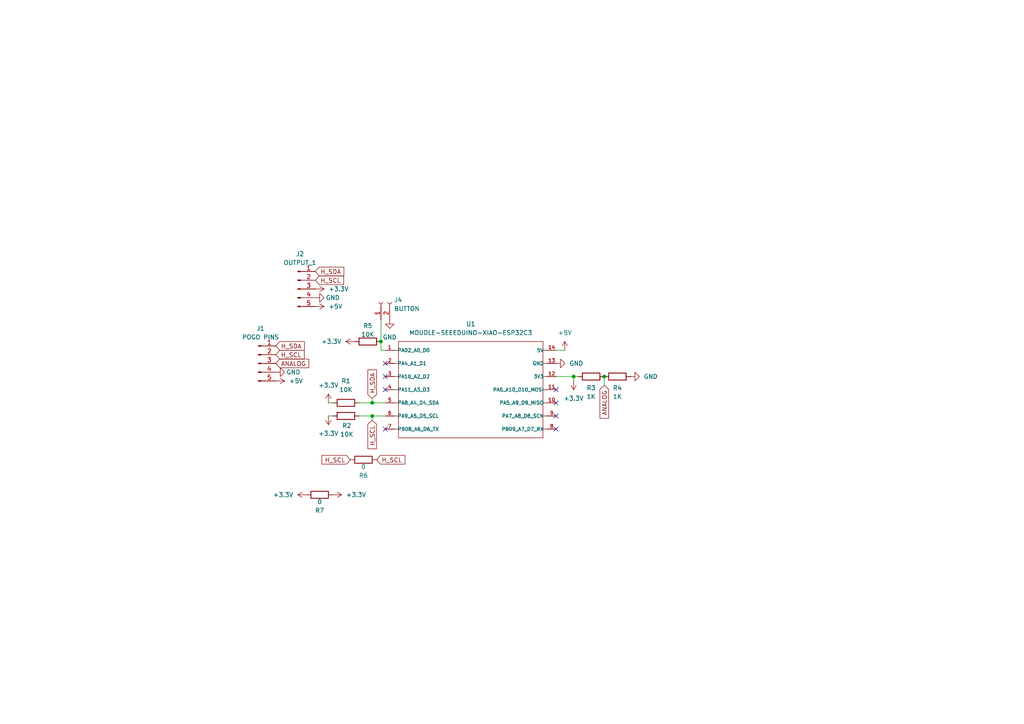
<source format=kicad_sch>
(kicad_sch (version 20231120) (generator "eeschema") (generator_version "8.0")
  (paper "A4")
  (lib_symbols
    (symbol "Connector:Conn_01x02_Socket" (pin_names (offset 1.016) hide)
      (property "Reference" "J" (at 0 2.54 0))
      (property "Value" "Conn_01x02_Socket" (at 0 -5.08 0))
      (symbol "Conn_01x02_Socket_1_1"
        (arc (start 0 -2.032) (mid -0.5058 -2.54) (end 0 -3.048) (stroke (width 0.1524)))
        (polyline (pts (xy -1.27 -2.54) (xy -0.508 -2.54)) (stroke (width 0.1524)))
        (polyline (pts (xy -1.27 0) (xy -0.508 0)) (stroke (width 0.1524)))
        (arc (start 0 0.508) (mid -0.5058 0) (end 0 -0.508) (stroke (width 0.1524)))
        (pin passive line (at -5.08 0 0) (length 3.81) (name "Pin_1") (number "1"))
        (pin passive line (at -5.08 -2.54 0) (length 3.81) (name "Pin_2") (number "2"))
      )
    )
    (symbol "Connector:Conn_01x05_Pin" (pin_names (offset 1.016) hide)
      (property "Reference" "J" (at 0 7.62 0))
      (property "Value" "Conn_01x05_Pin" (at 0 -7.62 0))
      (symbol "Conn_01x05_Pin_1_1"
        (polyline (pts (xy 1.27 -5.08) (xy 0.8636 -5.08)) (stroke (width 0.1524)))
        (polyline (pts (xy 1.27 -2.54) (xy 0.8636 -2.54)) (stroke (width 0.1524)))
        (polyline (pts (xy 1.27 0) (xy 0.8636 0)) (stroke (width 0.1524)))
        (polyline (pts (xy 1.27 2.54) (xy 0.8636 2.54)) (stroke (width 0.1524)))
        (polyline (pts (xy 1.27 5.08) (xy 0.8636 5.08)) (stroke (width 0.1524)))
        (rectangle (start 0.8636 -4.953) (end 0 -5.207) (stroke (width 0.1524)) (fill (type outline)))
        (rectangle (start 0.8636 -2.413) (end 0 -2.667) (stroke (width 0.1524)) (fill (type outline)))
        (rectangle (start 0.8636 0.127) (end 0 -0.127) (stroke (width 0.1524)) (fill (type outline)))
        (rectangle (start 0.8636 2.667) (end 0 2.413) (stroke (width 0.1524)) (fill (type outline)))
        (rectangle (start 0.8636 5.207) (end 0 4.953) (stroke (width 0.1524)) (fill (type outline)))
        (pin passive line (at 5.08 5.08 180) (length 3.81) (name "Pin_1") (number "1"))
        (pin passive line (at 5.08 2.54 180) (length 3.81) (name "Pin_2") (number "2"))
        (pin passive line (at 5.08 0 180) (length 3.81) (name "Pin_3") (number "3"))
        (pin passive line (at 5.08 -2.54 180) (length 3.81) (name "Pin_4") (number "4"))
        (pin passive line (at 5.08 -5.08 180) (length 3.81) (name "Pin_5") (number "5"))
      )
    )
    (symbol "Device:R" (pin_numbers hide) (pin_names (offset 0))
      (property "Reference" "R" (at 2.032 0 90))
      (property "Value" "R" (at 0 0 90))
      (symbol "R_0_1"
        (rectangle (start -1.016 -2.54) (end 1.016 2.54) (stroke (width 0.254)))
      )
      (symbol "R_1_1"
        (pin passive line (at 0 3.81 270) (length 1.27) (name "~") (number "1"))
        (pin passive line (at 0 -3.81 90) (length 1.27) (name "~") (number "2"))
      )
    )
    (symbol "MOUDLE-SEEEDUINO-XIAO-ESP32C3:MOUDLE-SEEEDUINO-XIAO-ESP32C3" (pin_names (offset 1.016))
      (property "Reference" "U" (at -21.59 15.24 0))
      (property "Value" "MOUDLE-SEEEDUINO-XIAO-ESP32C3" (at -21.59 13.97 0))
      (symbol "MOUDLE-SEEEDUINO-XIAO-ESP32C3_0_0"
        (polyline (pts (xy -21.59 -13.97) (xy -21.59 0)) (stroke (width 0.1524)))
        (polyline (pts (xy -21.59 -11.43) (xy -22.86 -11.43)) (stroke (width 0.1524)))
        (polyline (pts (xy -21.59 -7.62) (xy -22.86 -7.62)) (stroke (width 0.1524)))
        (polyline (pts (xy -21.59 -3.81) (xy -22.86 -3.81)) (stroke (width 0.1524)))
        (polyline (pts (xy -21.59 0) (xy -22.86 0)) (stroke (width 0.1524)))
        (polyline (pts (xy -21.59 0) (xy -21.59 3.81)) (stroke (width 0.1524)))
        (polyline (pts (xy -21.59 3.81) (xy -22.86 3.81)) (stroke (width 0.1524)))
        (polyline (pts (xy -21.59 3.81) (xy -21.59 7.62)) (stroke (width 0.1524)))
        (polyline (pts (xy -21.59 7.62) (xy -22.86 7.62)) (stroke (width 0.1524)))
        (polyline (pts (xy -21.59 7.62) (xy -21.59 11.43)) (stroke (width 0.1524)))
        (polyline (pts (xy -21.59 11.43) (xy -22.86 11.43)) (stroke (width 0.1524)))
        (polyline (pts (xy -21.59 11.43) (xy -21.59 13.97)) (stroke (width 0.1524)))
        (polyline (pts (xy -21.59 13.97) (xy 20.32 13.97)) (stroke (width 0.1524)))
        (polyline (pts (xy 20.32 -13.97) (xy -21.59 -13.97)) (stroke (width 0.1524)))
        (polyline (pts (xy 20.32 3.81) (xy 20.32 -13.97)) (stroke (width 0.1524)))
        (polyline (pts (xy 20.32 7.62) (xy 20.32 3.81)) (stroke (width 0.1524)))
        (polyline (pts (xy 20.32 11.43) (xy 20.32 7.62)) (stroke (width 0.1524)))
        (polyline (pts (xy 20.32 13.97) (xy 20.32 11.43)) (stroke (width 0.1524)))
        (polyline (pts (xy 21.59 -11.43) (xy 20.32 -11.43)) (stroke (width 0.1524)))
        (polyline (pts (xy 21.59 -7.62) (xy 20.32 -7.62)) (stroke (width 0.1524)))
        (polyline (pts (xy 21.59 -3.81) (xy 20.32 -3.81)) (stroke (width 0.1524)))
        (polyline (pts (xy 21.59 0) (xy 20.32 0)) (stroke (width 0.1524)))
        (polyline (pts (xy 21.59 3.81) (xy 20.32 3.81)) (stroke (width 0.1524)))
        (polyline (pts (xy 21.59 7.62) (xy 20.32 7.62)) (stroke (width 0.1524)))
        (polyline (pts (xy 21.59 11.43) (xy 20.32 11.43)) (stroke (width 0.1524)))
        (pin bidirectional line (at -25.4 11.43 0) (length 2.54) (name "PA02_A0_D0") (number "1"))
        (pin bidirectional line (at 24.13 -3.81 180) (length 2.54) (name "PA5_A9_D9_MISO") (number "10"))
        (pin bidirectional line (at 24.13 0 180) (length 2.54) (name "PA6_A10_D10_MOSI") (number "11"))
        (pin bidirectional line (at 24.13 3.81 180) (length 2.54) (name "3V3") (number "12"))
        (pin bidirectional line (at 24.13 7.62 180) (length 2.54) (name "GND") (number "13"))
        (pin bidirectional line (at 24.13 11.43 180) (length 2.54) (name "5V") (number "14"))
        (pin bidirectional line (at -25.4 7.62 0) (length 2.54) (name "PA4_A1_D1") (number "2"))
        (pin bidirectional line (at -25.4 3.81 0) (length 2.54) (name "PA10_A2_D2") (number "3"))
        (pin bidirectional line (at -25.4 0 0) (length 2.54) (name "PA11_A3_D3") (number "4"))
        (pin bidirectional line (at -25.4 -3.81 0) (length 2.54) (name "PA8_A4_D4_SDA") (number "5"))
        (pin bidirectional line (at -25.4 -7.62 0) (length 2.54) (name "PA9_A5_D5_SCL") (number "6"))
        (pin bidirectional line (at -25.4 -11.43 0) (length 2.54) (name "PB08_A6_D6_TX") (number "7"))
        (pin bidirectional line (at 24.13 -11.43 180) (length 2.54) (name "PB09_A7_D7_RX") (number "8"))
        (pin bidirectional line (at 24.13 -7.62 180) (length 2.54) (name "PA7_A8_D8_SCK") (number "9"))
      )
    )
    (symbol "power:+3.3V" (power) (pin_numbers hide) (pin_names (offset 0) hide)
      (property "Value" "+3.3V" (at 0 3.556 0))
      (symbol "+3.3V_0_1"
        (polyline (pts (xy -0.762 1.27) (xy 0 2.54)))
        (polyline (pts (xy 0 0) (xy 0 2.54)))
        (polyline (pts (xy 0 2.54) (xy 0.762 1.27)))
      )
      (symbol "+3.3V_1_1"
        (pin power_in line (at 0 0 90) (length 0) (name "~") (number "1"))
      )
    )
    (symbol "power:+5V" (power) (pin_numbers hide) (pin_names (offset 0) hide)
      (property "Value" "+5V" (at 0 3.556 0))
      (symbol "+5V_0_1"
        (polyline (pts (xy -0.762 1.27) (xy 0 2.54)))
        (polyline (pts (xy 0 0) (xy 0 2.54)))
        (polyline (pts (xy 0 2.54) (xy 0.762 1.27)))
      )
      (symbol "+5V_1_1"
        (pin power_in line (at 0 0 90) (length 0) (name "~") (number "1"))
      )
    )
    (symbol "power:GND" (power) (pin_numbers hide) (pin_names (offset 0) hide)
      (property "Value" "GND" (at 0 -3.81 0))
      (symbol "GND_0_1"
        (polyline (pts (xy 0 0) (xy 0 -1.27) (xy 1.27 -1.27) (xy 0 -2.54) (xy -1.27 -1.27) (xy 0 -1.27)))
      )
      (symbol "GND_1_1"
        (pin power_in line (at 0 0 270) (length 0) (name "~") (number "1"))
      )
    )
  )
  (junction (at 107.95 120.65))
  (junction (at 110.49 99.06))
  (junction (at 175.26 109.22))
  (junction (at 107.95 116.84))
  (junction (at 166.37 109.22))
  (no_connect (at 111.76 124.46))
  (no_connect (at 111.76 105.41))
  (no_connect (at 161.29 113.03))
  (no_connect (at 111.76 113.03))
  (no_connect (at 161.29 124.46))
  (no_connect (at 161.29 116.84))
  (no_connect (at 161.29 120.65))
  (no_connect (at 111.76 109.22))
  (wire (pts (xy 107.95 115.57) (xy 107.95 116.84)))
  (wire (pts (xy 107.95 120.65) (xy 107.95 121.92)))
  (wire (pts (xy 175.26 109.22) (xy 175.26 111.76)))
  (wire (pts (xy 110.49 101.6) (xy 111.76 101.6)))
  (wire (pts (xy 110.49 99.06) (xy 110.49 101.6)))
  (wire (pts (xy 161.29 101.6) (xy 163.83 101.6)))
  (wire (pts (xy 107.95 120.65) (xy 111.76 120.65)))
  (wire (pts (xy 166.37 109.22) (xy 167.64 109.22)))
  (wire (pts (xy 104.14 116.84) (xy 107.95 116.84)))
  (wire (pts (xy 161.29 109.22) (xy 166.37 109.22)))
  (wire (pts (xy 95.25 116.84) (xy 96.52 116.84)))
  (wire (pts (xy 95.25 120.65) (xy 96.52 120.65)))
  (wire (pts (xy 107.95 116.84) (xy 111.76 116.84)))
  (wire (pts (xy 110.49 92.71) (xy 110.49 99.06)))
  (wire (pts (xy 104.14 120.65) (xy 107.95 120.65)))
  (wire (pts (xy 166.37 109.22) (xy 166.37 110.49)))
  (global_label "H_SCL" (shape input) (at 80.01 102.87 0) (property "Intersheetrefs" "${INTERSHEET_REFS}" (effects (hide yes))))
  (global_label "H_SDA" (shape input) (at 91.44 78.74 0) (property "Intersheetrefs" "${INTERSHEET_REFS}" (effects (hide yes))))
  (global_label "ANALOG" (shape input) (at 80.01 105.41 0) (property "Intersheetrefs" "${INTERSHEET_REFS}" (effects (hide yes))))
  (global_label "ANALOG" (shape input) (at 175.26 111.76 270) (property "Intersheetrefs" "${INTERSHEET_REFS}" (effects (hide yes))))
  (global_label "H_SCL" (shape input) (at 107.95 121.92 270) (property "Intersheetrefs" "${INTERSHEET_REFS}" (effects (hide yes))))
  (global_label "H_SCL" (shape input) (at 101.6 133.35 180) (property "Intersheetrefs" "${INTERSHEET_REFS}" (effects (hide yes))))
  (global_label "H_SDA" (shape input) (at 107.95 115.57 90) (property "Intersheetrefs" "${INTERSHEET_REFS}" (effects (hide yes))))
  (global_label "H_SCL" (shape input) (at 109.22 133.35 0) (property "Intersheetrefs" "${INTERSHEET_REFS}" (effects (hide yes))))
  (global_label "H_SCL" (shape input) (at 91.44 81.28 0) (property "Intersheetrefs" "${INTERSHEET_REFS}" (effects (hide yes))))
  (global_label "H_SDA" (shape input) (at 80.01 100.33 0) (property "Intersheetrefs" "${INTERSHEET_REFS}" (effects (hide yes))))
  (symbol (lib_id "MOUDLE-SEEEDUINO-XIAO-ESP32C3:MOUDLE-SEEEDUINO-XIAO-ESP32C3") (at 137.16 113.03 0) (unit 1)
    (property "Reference" "U1" (at 136.525 93.98 0))
    (property "Value" "MOUDLE-SEEEDUINO-XIAO-ESP32C3" (at 136.525 96.52 0))
    (property "Footprint" "xiao ESP32C3_PCB:MOUDLE14P-SMD-2.54-21X17.8MM" (effects (hide yes)))
  )
  (symbol (lib_id "Device:R") (at 100.33 116.84 90) (unit 1)
    (property "Reference" "R1" (at 100.33 110.49 90))
    (property "Value" "10K" (at 100.33 113.03 90))
    (property "Footprint" "Resistor_SMD:R_1206_3216Metric_Pad1.30x1.75mm_HandSolder" (effects (hide yes)))
    (property "Description" "Resistor" (effects (hide yes)))
  )
  (symbol (lib_id "power:GND") (at 161.29 105.41 90) (unit 1)
    (property "Reference" "#PWR013" (effects (hide yes)))
    (property "Value" "GND" (at 165.1 105.4099 90) (effects (justify right)))
    (property "Description" "Power symbol creates a global label with name \"GND\" , ground" (effects (hide yes)))
  )
  (symbol (lib_id "Connector:Conn_01x05_Pin") (at 74.93 105.41 0) (unit 1)
    (property "Reference" "J1" (at 75.565 95.25 0))
    (property "Value" "POGO PINS" (at 75.565 97.79 0))
    (property "Footprint" "Connector_PinHeader_2.54mm:PinHeader_1x05_P2.54mm_Vertical" (effects (hide yes)))
    (property "Description" "Generic connector, single row, 01x05, script generated" (effects (hide yes)))
  )
  (symbol (lib_id "Device:R") (at 106.68 99.06 90) (unit 1)
    (property "Reference" "R5" (at 106.68 94.488 90))
    (property "Value" "10K" (at 106.68 97.028 90))
    (property "Footprint" "Resistor_SMD:R_1206_3216Metric_Pad1.30x1.75mm_HandSolder" (effects (hide yes)))
    (property "Description" "Resistor" (effects (hide yes)))
  )
  (symbol (lib_id "power:+3.3V") (at 91.44 83.82 270) (unit 1)
    (property "Reference" "#PWR04" (effects (hide yes)))
    (property "Value" "+3.3V" (at 95.25 83.8199 90) (effects (justify left)))
    (property "Description" "Power symbol creates a global label with name \"+3.3V\"" (effects (hide yes)))
  )
  (symbol (lib_id "Device:R") (at 105.41 133.35 270) (unit 1)
    (property "Reference" "R6" (at 105.41 137.922 90))
    (property "Value" "0" (at 105.41 135.382 90))
    (property "Footprint" "Resistor_SMD:R_1206_3216Metric_Pad1.30x1.75mm_HandSolder" (effects (hide yes)))
    (property "Description" "Resistor" (effects (hide yes)))
  )
  (symbol (lib_id "Device:R") (at 171.45 109.22 90) (unit 1)
    (property "Reference" "R3" (at 171.45 112.522 90))
    (property "Value" "1K" (at 171.45 115.062 90))
    (property "Footprint" "Resistor_SMD:R_1206_3216Metric_Pad1.30x1.75mm_HandSolder" (effects (hide yes)))
    (property "Description" "Resistor" (effects (hide yes)))
  )
  (symbol (lib_id "power:+3.3V") (at 95.25 120.65 180) (unit 1)
    (property "Reference" "#PWR012" (effects (hide yes)))
    (property "Value" "+3.3V" (at 95.25 125.73 0))
    (property "Description" "Power symbol creates a global label with name \"+3.3V\"" (effects (hide yes)))
  )
  (symbol (lib_id "power:+3.3V") (at 95.25 116.84 0) (unit 1)
    (property "Reference" "#PWR011" (effects (hide yes)))
    (property "Value" "+3.3V" (at 95.25 111.76 0))
    (property "Description" "Power symbol creates a global label with name \"+3.3V\"" (effects (hide yes)))
  )
  (symbol (lib_id "power:+5V") (at 80.01 110.49 270) (unit 1)
    (property "Reference" "#PWR07" (effects (hide yes)))
    (property "Value" "+5V" (at 83.82 110.4899 90) (effects (justify left)))
    (property "Description" "Power symbol creates a global label with name \"+5V\"" (effects (hide yes)))
  )
  (symbol (lib_id "power:+5V") (at 163.83 101.6 0) (unit 1)
    (property "Reference" "#PWR09" (effects (hide yes)))
    (property "Value" "+5V" (at 163.83 96.52 0))
    (property "Description" "Power symbol creates a global label with name \"+5V\"" (effects (hide yes)))
  )
  (symbol (lib_id "power:+5V") (at 91.44 88.9 270) (unit 1)
    (property "Reference" "#PWR01" (effects (hide yes)))
    (property "Value" "+5V" (at 95.25 88.8999 90) (effects (justify left)))
    (property "Description" "Power symbol creates a global label with name \"+5V\"" (effects (hide yes)))
  )
  (symbol (lib_id "power:GND") (at 182.88 109.22 90) (unit 1)
    (property "Reference" "#PWR010" (effects (hide yes)))
    (property "Value" "GND" (at 186.69 109.2199 90) (effects (justify right)))
    (property "Description" "Power symbol creates a global label with name \"GND\" , ground" (effects (hide yes)))
  )
  (symbol (lib_id "power:+3.3V") (at 102.87 99.06 90) (unit 1)
    (property "Reference" "#PWR016" (effects (hide yes)))
    (property "Value" "+3.3V" (at 99.06 99.0599 90) (effects (justify left)))
    (property "Description" "Power symbol creates a global label with name \"+3.3V\"" (effects (hide yes)))
  )
  (symbol (lib_id "power:GND") (at 91.44 86.36 90) (unit 1)
    (property "Reference" "#PWR06" (effects (hide yes)))
    (property "Value" "GND" (at 96.52 86.36 90))
    (property "Description" "Power symbol creates a global label with name \"GND\" , ground" (effects (hide yes)))
  )
  (symbol (lib_id "Device:R") (at 92.71 143.51 270) (unit 1)
    (property "Reference" "R7" (at 92.71 148.082 90))
    (property "Value" "0" (at 92.71 145.542 90))
    (property "Footprint" "Resistor_SMD:R_1206_3216Metric_Pad1.30x1.75mm_HandSolder" (effects (hide yes)))
    (property "Description" "Resistor" (effects (hide yes)))
  )
  (symbol (lib_id "Device:R") (at 100.33 120.65 90) (unit 1)
    (property "Reference" "R2" (at 100.584 123.444 90))
    (property "Value" "10K" (at 100.584 125.984 90))
    (property "Footprint" "Resistor_SMD:R_1206_3216Metric_Pad1.30x1.75mm_HandSolder" (effects (hide yes)))
    (property "Description" "Resistor" (effects (hide yes)))
  )
  (symbol (lib_id "power:+3.3V") (at 166.37 110.49 180) (unit 1)
    (property "Reference" "#PWR014" (effects (hide yes)))
    (property "Value" "+3.3V" (at 166.37 115.57 0))
    (property "Description" "Power symbol creates a global label with name \"+3.3V\"" (effects (hide yes)))
  )
  (symbol (lib_id "Connector:Conn_01x02_Socket") (at 110.49 87.63 90) (unit 1)
    (property "Reference" "J4" (at 114.3 86.9949 90) (effects (justify right)))
    (property "Value" "BUTTON" (at 114.3 89.5349 90) (effects (justify right)))
    (property "Footprint" "Connector_PinSocket_2.54mm:PinSocket_1x02_P2.54mm_Vertical" (effects (hide yes)))
    (property "Description" "Generic connector, single row, 01x02, script generated" (effects (hide yes)))
  )
  (symbol (lib_id "power:GND") (at 113.03 92.71 0) (unit 1)
    (property "Reference" "#PWR015" (effects (hide yes)))
    (property "Value" "GND" (at 113.03 97.79 0))
    (property "Description" "Power symbol creates a global label with name \"GND\" , ground" (effects (hide yes)))
  )
  (symbol (lib_id "power:+3.3V") (at 96.52 143.51 270) (unit 1)
    (property "Reference" "#PWR02" (effects (hide yes)))
    (property "Value" "+3.3V" (at 100.33 143.5099 90) (effects (justify left)))
    (property "Description" "Power symbol creates a global label with name \"+3.3V\"" (effects (hide yes)))
  )
  (symbol (lib_id "power:GND") (at 80.01 107.95 90) (unit 1)
    (property "Reference" "#PWR08" (effects (hide yes)))
    (property "Value" "GND" (at 85.09 107.95 90))
    (property "Description" "Power symbol creates a global label with name \"GND\" , ground" (effects (hide yes)))
  )
  (symbol (lib_id "Device:R") (at 179.07 109.22 90) (unit 1)
    (property "Reference" "R4" (at 179.07 112.522 90))
    (property "Value" "1K" (at 179.07 115.062 90))
    (property "Footprint" "Resistor_SMD:R_1206_3216Metric_Pad1.30x1.75mm_HandSolder" (effects (hide yes)))
    (property "Description" "Resistor" (effects (hide yes)))
  )
  (symbol (lib_id "Connector:Conn_01x05_Pin") (at 86.36 83.82 0) (unit 1)
    (property "Reference" "J2" (at 86.995 73.66 0))
    (property "Value" "OUTPUT_1" (at 86.995 76.2 0))
    (property "Footprint" "Connector_PinSocket_2.54mm:PinSocket_1x05_P2.54mm_Vertical" (effects (hide yes)))
    (property "Description" "Generic connector, single row, 01x05, script generated" (effects (hide yes)))
  )
  (symbol (lib_id "power:+3.3V") (at 88.9 143.51 90) (unit 1)
    (property "Reference" "#PWR03" (effects (hide yes)))
    (property "Value" "+3.3V" (at 85.09 143.5099 90) (effects (justify left)))
    (property "Description" "Power symbol creates a global label with name \"+3.3V\"" (effects (hide yes)))
  )
)
</source>
